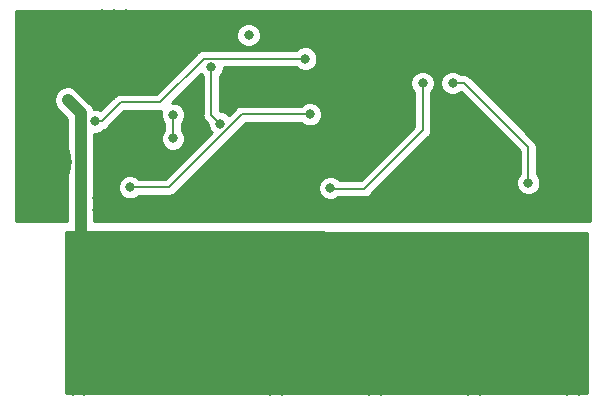
<source format=gbr>
G04 #@! TF.GenerationSoftware,KiCad,Pcbnew,5.0.2-bee76a0~70~ubuntu18.04.1*
G04 #@! TF.CreationDate,2020-03-12T15:00:25+01:00*
G04 #@! TF.ProjectId,magneto_bot_shield,6d61676e-6574-46f5-9f62-6f745f736869,rev?*
G04 #@! TF.SameCoordinates,Original*
G04 #@! TF.FileFunction,Copper,L2,Bot*
G04 #@! TF.FilePolarity,Positive*
%FSLAX46Y46*%
G04 Gerber Fmt 4.6, Leading zero omitted, Abs format (unit mm)*
G04 Created by KiCad (PCBNEW 5.0.2-bee76a0~70~ubuntu18.04.1) date Do 12 Mär 2020 15:00:25 CET*
%MOMM*%
%LPD*%
G01*
G04 APERTURE LIST*
G04 #@! TA.AperFunction,ComponentPad*
%ADD10C,4.400000*%
G04 #@! TD*
G04 #@! TA.AperFunction,ViaPad*
%ADD11C,0.800000*%
G04 #@! TD*
G04 #@! TA.AperFunction,Conductor*
%ADD12C,0.203200*%
G04 #@! TD*
G04 #@! TA.AperFunction,Conductor*
%ADD13C,1.000000*%
G04 #@! TD*
G04 #@! TA.AperFunction,Conductor*
%ADD14C,0.254000*%
G04 #@! TD*
G04 APERTURE END LIST*
D10*
G04 #@! TO.P,H1,1*
G04 #@! TO.N,GND*
X141750000Y-107750000D03*
G04 #@! TD*
G04 #@! TO.P,H2,1*
G04 #@! TO.N,GND*
X185750000Y-105250000D03*
G04 #@! TD*
D11*
G04 #@! TO.N,+36V*
X185900000Y-124400000D03*
X186900000Y-114200000D03*
X185900000Y-121700000D03*
X186900000Y-123500000D03*
X185900000Y-126200000D03*
X186900000Y-122600000D03*
X186900000Y-126200000D03*
X186900000Y-121700000D03*
X185900000Y-116100000D03*
X185900000Y-127100000D03*
X186900000Y-125300000D03*
X186900000Y-116100000D03*
X185900000Y-115150000D03*
X185900000Y-114200000D03*
X185900000Y-123500000D03*
X186900000Y-115150000D03*
X186900000Y-124400000D03*
X185900000Y-122600000D03*
X185900000Y-125300000D03*
X186900000Y-127100000D03*
X177500000Y-124400000D03*
X178500000Y-114200000D03*
X177500000Y-121700000D03*
X178500000Y-123500000D03*
X177500000Y-126200000D03*
X178500000Y-122600000D03*
X178500000Y-126200000D03*
X178500000Y-121700000D03*
X177500000Y-116100000D03*
X177500000Y-127100000D03*
X178500000Y-125300000D03*
X178500000Y-116100000D03*
X177500000Y-115150000D03*
X177500000Y-114200000D03*
X177500000Y-123500000D03*
X178500000Y-115150000D03*
X178500000Y-124400000D03*
X177500000Y-122600000D03*
X177500000Y-125300000D03*
X178500000Y-127100000D03*
X169100000Y-124400000D03*
X170100000Y-114200000D03*
X169100000Y-121700000D03*
X170100000Y-123500000D03*
X169100000Y-126200000D03*
X170100000Y-122600000D03*
X170100000Y-126200000D03*
X170100000Y-121700000D03*
X169100000Y-116100000D03*
X169100000Y-127100000D03*
X170100000Y-125300000D03*
X170100000Y-116100000D03*
X169100000Y-115150000D03*
X169100000Y-114200000D03*
X169100000Y-123500000D03*
X170100000Y-115150000D03*
X170100000Y-124400000D03*
X169100000Y-122600000D03*
X169100000Y-125300000D03*
X170100000Y-127100000D03*
X160700000Y-124400000D03*
X161700000Y-114200000D03*
X160700000Y-121700000D03*
X161700000Y-123500000D03*
X160700000Y-126200000D03*
X161700000Y-122600000D03*
X161700000Y-126200000D03*
X161700000Y-121700000D03*
X160700000Y-116100000D03*
X160700000Y-127100000D03*
X161700000Y-125300000D03*
X161700000Y-116100000D03*
X160700000Y-115150000D03*
X160700000Y-114200000D03*
X160700000Y-123500000D03*
X161700000Y-115150000D03*
X161700000Y-124400000D03*
X160700000Y-122600000D03*
X160700000Y-125300000D03*
X161700000Y-127100000D03*
X152300000Y-124300000D03*
X153300000Y-114100000D03*
X152300000Y-121600000D03*
X153300000Y-123400000D03*
X152300000Y-126100000D03*
X153300000Y-122500000D03*
X153300000Y-126100000D03*
X153300000Y-121600000D03*
X152300000Y-116000000D03*
X152300000Y-127000000D03*
X153300000Y-125200000D03*
X153300000Y-116000000D03*
X152300000Y-115050000D03*
X152300000Y-114100000D03*
X152300000Y-123400000D03*
X153300000Y-115050000D03*
X153300000Y-124300000D03*
X152300000Y-122500000D03*
X152300000Y-125200000D03*
X153300000Y-127000000D03*
X145000000Y-115150000D03*
X145000000Y-124400000D03*
X145000000Y-121700000D03*
X145000000Y-126200000D03*
X145000000Y-127100000D03*
X145000000Y-123500000D03*
X145000000Y-122600000D03*
X145000000Y-125300000D03*
X145000000Y-116100000D03*
X145000000Y-114200000D03*
X144000000Y-114200000D03*
G04 #@! TO.N,GND*
X162100000Y-110900000D03*
X161800000Y-112000000D03*
X162800000Y-110000000D03*
X167300000Y-95600000D03*
X167300000Y-97400000D03*
X167300000Y-96500000D03*
G04 #@! TO.N,+36V*
X144000000Y-122600000D03*
X144000000Y-123500000D03*
X144000000Y-121700000D03*
X144000000Y-125300000D03*
X144000000Y-126200000D03*
X144000000Y-127100000D03*
G04 #@! TO.N,Net-(C1-Pad1)*
X152500000Y-105750000D03*
X152500000Y-103750000D03*
G04 #@! TO.N,GND*
X146500000Y-95250000D03*
X147500000Y-95250000D03*
X148500000Y-95250000D03*
X148500000Y-96250000D03*
X147500000Y-96250000D03*
X146500000Y-96250000D03*
X146500000Y-97250000D03*
X147500000Y-97250000D03*
X148500000Y-97250000D03*
X153250000Y-102500000D03*
X154250000Y-102500000D03*
X154250000Y-101500000D03*
X180057037Y-105541802D03*
X180845684Y-109499594D03*
X163640602Y-109473058D03*
X162859428Y-105526891D03*
X147343102Y-109495558D03*
X146561927Y-105549391D03*
X157400000Y-110100000D03*
X180000000Y-110000000D03*
X179300000Y-110900000D03*
X179000000Y-112000000D03*
X146500000Y-109900000D03*
X146100000Y-110800000D03*
X146100000Y-111800000D03*
X169000000Y-112300000D03*
X169900000Y-112300000D03*
X170800000Y-112300000D03*
X170800000Y-111400000D03*
X169900000Y-111400000D03*
X169000000Y-111400000D03*
G04 #@! TO.N,Net-(C4-Pad1)*
X156500000Y-104500000D03*
X155750000Y-99693600D03*
G04 #@! TO.N,+36V*
X144000000Y-115150000D03*
X144000000Y-124400000D03*
X144000000Y-116100000D03*
X143600000Y-102500000D03*
G04 #@! TO.N,+5V*
X158905000Y-97000000D03*
G04 #@! TO.N,GATE5*
X182584810Y-109511610D03*
X176175000Y-101050000D03*
G04 #@! TO.N,GATE3*
X165834810Y-109941610D03*
X173635000Y-101050000D03*
G04 #@! TO.N,GATE1*
X164100000Y-103700000D03*
X148858319Y-109880895D03*
G04 #@! TO.N,GATE0*
X145900000Y-104300000D03*
X163700000Y-98988799D03*
G04 #@! TD*
D12*
G04 #@! TO.N,Net-(C1-Pad1)*
X152500000Y-105750000D02*
X152500000Y-103750000D01*
G04 #@! TO.N,Net-(C4-Pad1)*
X156500000Y-104500000D02*
X155750000Y-103750000D01*
X155750000Y-103750000D02*
X155750000Y-99693600D01*
D13*
G04 #@! TO.N,+36V*
X143600000Y-102500000D02*
X144700000Y-103600000D01*
X144700000Y-103600000D02*
X144700000Y-115500000D01*
D12*
G04 #@! TO.N,GATE5*
X182600000Y-109496420D02*
X182584810Y-109511610D01*
X182584810Y-108945925D02*
X182584810Y-109511610D01*
X177128200Y-101050000D02*
X182584810Y-106506610D01*
X182584810Y-106506610D02*
X182584810Y-108945925D01*
X176175000Y-101050000D02*
X177128200Y-101050000D01*
G04 #@! TO.N,GATE3*
X173635000Y-105065000D02*
X173635000Y-101050000D01*
X168700000Y-110000000D02*
X173635000Y-105065000D01*
X165893200Y-110000000D02*
X168700000Y-110000000D01*
X165834810Y-109941610D02*
X165893200Y-110000000D01*
G04 #@! TO.N,GATE1*
X152162211Y-109880895D02*
X148858319Y-109880895D01*
X164100000Y-103700000D02*
X158343106Y-103700000D01*
X158343106Y-103700000D02*
X152162211Y-109880895D01*
G04 #@! TO.N,GATE0*
X151400000Y-102700000D02*
X155111201Y-98988799D01*
X146465685Y-104300000D02*
X148065685Y-102700000D01*
X148065685Y-102700000D02*
X151400000Y-102700000D01*
X145900000Y-104300000D02*
X146465685Y-104300000D01*
X155111201Y-98988799D02*
X163700000Y-98988799D01*
X163700000Y-98988799D02*
X163788799Y-98988799D01*
G04 #@! TD*
D14*
G04 #@! TO.N,+36V*
G36*
X187573000Y-113776715D02*
X187573000Y-127290000D01*
X143427000Y-127290000D01*
X143427000Y-113677287D01*
X187573000Y-113776715D01*
X187573000Y-113776715D01*
G37*
X187573000Y-113776715D02*
X187573000Y-127290000D01*
X143427000Y-127290000D01*
X143427000Y-113677287D01*
X187573000Y-113776715D01*
G04 #@! TO.N,GND*
G36*
X187790000Y-112773000D02*
X145835000Y-112773000D01*
X145835000Y-105335000D01*
X146105874Y-105335000D01*
X146486280Y-105177431D01*
X146649181Y-105014530D01*
X146753092Y-104993861D01*
X146996743Y-104831058D01*
X147037836Y-104769558D01*
X148370795Y-103436600D01*
X151327460Y-103436600D01*
X151400000Y-103451029D01*
X151472540Y-103436600D01*
X151472544Y-103436600D01*
X151512860Y-103428581D01*
X151465000Y-103544126D01*
X151465000Y-103955874D01*
X151622569Y-104336280D01*
X151763401Y-104477112D01*
X151763400Y-105022889D01*
X151622569Y-105163720D01*
X151465000Y-105544126D01*
X151465000Y-105955874D01*
X151622569Y-106336280D01*
X151913720Y-106627431D01*
X152294126Y-106785000D01*
X152705874Y-106785000D01*
X153086280Y-106627431D01*
X153377431Y-106336280D01*
X153535000Y-105955874D01*
X153535000Y-105544126D01*
X153377431Y-105163720D01*
X153236600Y-105022889D01*
X153236600Y-104477111D01*
X153377431Y-104336280D01*
X153535000Y-103955874D01*
X153535000Y-103544126D01*
X153377431Y-103163720D01*
X153086280Y-102872569D01*
X152705874Y-102715000D01*
X152426709Y-102715000D01*
X154869424Y-100272286D01*
X154872569Y-100279880D01*
X155013401Y-100420712D01*
X155013400Y-103677460D01*
X154998971Y-103750000D01*
X155013400Y-103822540D01*
X155013400Y-103822543D01*
X155056139Y-104037406D01*
X155218942Y-104281058D01*
X155280442Y-104322151D01*
X155465000Y-104506709D01*
X155465000Y-104705874D01*
X155622569Y-105086280D01*
X155768843Y-105232554D01*
X151857102Y-109144295D01*
X149585430Y-109144295D01*
X149444599Y-109003464D01*
X149064193Y-108845895D01*
X148652445Y-108845895D01*
X148272039Y-109003464D01*
X147980888Y-109294615D01*
X147823319Y-109675021D01*
X147823319Y-110086769D01*
X147980888Y-110467175D01*
X148272039Y-110758326D01*
X148652445Y-110915895D01*
X149064193Y-110915895D01*
X149444599Y-110758326D01*
X149585430Y-110617495D01*
X152089671Y-110617495D01*
X152162211Y-110631924D01*
X152234751Y-110617495D01*
X152234755Y-110617495D01*
X152449618Y-110574756D01*
X152693269Y-110411953D01*
X152734362Y-110350453D01*
X153349079Y-109735736D01*
X164799810Y-109735736D01*
X164799810Y-110147484D01*
X164957379Y-110527890D01*
X165248530Y-110819041D01*
X165628936Y-110976610D01*
X166040684Y-110976610D01*
X166421090Y-110819041D01*
X166503531Y-110736600D01*
X168627460Y-110736600D01*
X168700000Y-110751029D01*
X168772540Y-110736600D01*
X168772544Y-110736600D01*
X168987407Y-110693861D01*
X169231058Y-110531058D01*
X169272151Y-110469558D01*
X174104561Y-105637149D01*
X174166058Y-105596058D01*
X174207149Y-105534561D01*
X174207151Y-105534559D01*
X174328861Y-105352407D01*
X174349026Y-105251029D01*
X174371600Y-105137544D01*
X174371600Y-105137541D01*
X174386029Y-105065000D01*
X174371600Y-104992460D01*
X174371600Y-101777111D01*
X174512431Y-101636280D01*
X174670000Y-101255874D01*
X174670000Y-100844126D01*
X175140000Y-100844126D01*
X175140000Y-101255874D01*
X175297569Y-101636280D01*
X175588720Y-101927431D01*
X175969126Y-102085000D01*
X176380874Y-102085000D01*
X176761280Y-101927431D01*
X176862601Y-101826110D01*
X181848210Y-106811720D01*
X181848211Y-108784498D01*
X181707379Y-108925330D01*
X181549810Y-109305736D01*
X181549810Y-109717484D01*
X181707379Y-110097890D01*
X181998530Y-110389041D01*
X182378936Y-110546610D01*
X182790684Y-110546610D01*
X183171090Y-110389041D01*
X183462241Y-110097890D01*
X183619810Y-109717484D01*
X183619810Y-109305736D01*
X183462241Y-108925330D01*
X183321410Y-108784499D01*
X183321410Y-106579150D01*
X183335839Y-106506610D01*
X183321410Y-106434067D01*
X183321410Y-106434066D01*
X183278671Y-106219203D01*
X183156961Y-106037051D01*
X183156959Y-106037049D01*
X183115868Y-105975552D01*
X183054371Y-105934461D01*
X177700351Y-100580442D01*
X177659258Y-100518942D01*
X177415607Y-100356139D01*
X177200744Y-100313400D01*
X177200740Y-100313400D01*
X177128200Y-100298971D01*
X177055660Y-100313400D01*
X176902111Y-100313400D01*
X176761280Y-100172569D01*
X176380874Y-100015000D01*
X175969126Y-100015000D01*
X175588720Y-100172569D01*
X175297569Y-100463720D01*
X175140000Y-100844126D01*
X174670000Y-100844126D01*
X174512431Y-100463720D01*
X174221280Y-100172569D01*
X173840874Y-100015000D01*
X173429126Y-100015000D01*
X173048720Y-100172569D01*
X172757569Y-100463720D01*
X172600000Y-100844126D01*
X172600000Y-101255874D01*
X172757569Y-101636280D01*
X172898401Y-101777112D01*
X172898400Y-104759890D01*
X168394891Y-109263400D01*
X166620311Y-109263400D01*
X166421090Y-109064179D01*
X166040684Y-108906610D01*
X165628936Y-108906610D01*
X165248530Y-109064179D01*
X164957379Y-109355330D01*
X164799810Y-109735736D01*
X153349079Y-109735736D01*
X158648216Y-104436600D01*
X163372889Y-104436600D01*
X163513720Y-104577431D01*
X163894126Y-104735000D01*
X164305874Y-104735000D01*
X164686280Y-104577431D01*
X164977431Y-104286280D01*
X165135000Y-103905874D01*
X165135000Y-103494126D01*
X164977431Y-103113720D01*
X164686280Y-102822569D01*
X164305874Y-102665000D01*
X163894126Y-102665000D01*
X163513720Y-102822569D01*
X163372889Y-102963400D01*
X158415646Y-102963400D01*
X158343106Y-102948971D01*
X158270565Y-102963400D01*
X158270562Y-102963400D01*
X158091735Y-102998971D01*
X158055699Y-103006139D01*
X157873547Y-103127849D01*
X157873545Y-103127851D01*
X157812048Y-103168942D01*
X157770957Y-103230439D01*
X157232554Y-103768843D01*
X157086280Y-103622569D01*
X156705874Y-103465000D01*
X156506709Y-103465000D01*
X156486600Y-103444891D01*
X156486600Y-100420711D01*
X156627431Y-100279880D01*
X156785000Y-99899474D01*
X156785000Y-99725399D01*
X162972889Y-99725399D01*
X163113720Y-99866230D01*
X163494126Y-100023799D01*
X163905874Y-100023799D01*
X164286280Y-99866230D01*
X164577431Y-99575079D01*
X164735000Y-99194673D01*
X164735000Y-98782925D01*
X164577431Y-98402519D01*
X164286280Y-98111368D01*
X163905874Y-97953799D01*
X163494126Y-97953799D01*
X163113720Y-98111368D01*
X162972889Y-98252199D01*
X155183741Y-98252199D01*
X155111201Y-98237770D01*
X155038660Y-98252199D01*
X155038657Y-98252199D01*
X154823794Y-98294938D01*
X154641642Y-98416648D01*
X154641640Y-98416650D01*
X154580143Y-98457741D01*
X154539052Y-98519238D01*
X151094891Y-101963400D01*
X148138225Y-101963400D01*
X148065685Y-101948971D01*
X147993144Y-101963400D01*
X147993141Y-101963400D01*
X147778278Y-102006139D01*
X147596126Y-102127849D01*
X147596124Y-102127851D01*
X147534627Y-102168942D01*
X147493535Y-102230440D01*
X146355555Y-103368421D01*
X146105874Y-103265000D01*
X145790600Y-103265000D01*
X145769146Y-103157145D01*
X145740130Y-103113720D01*
X145518289Y-102781711D01*
X145423521Y-102718389D01*
X144323523Y-101618392D01*
X144042854Y-101430854D01*
X143600000Y-101342765D01*
X143157146Y-101430854D01*
X142781712Y-101681712D01*
X142530854Y-102057146D01*
X142442765Y-102500000D01*
X142530854Y-102942854D01*
X142718392Y-103223523D01*
X143565000Y-104070132D01*
X143565001Y-112773000D01*
X139210000Y-112773000D01*
X139210000Y-96794126D01*
X157870000Y-96794126D01*
X157870000Y-97205874D01*
X158027569Y-97586280D01*
X158318720Y-97877431D01*
X158699126Y-98035000D01*
X159110874Y-98035000D01*
X159491280Y-97877431D01*
X159782431Y-97586280D01*
X159940000Y-97205874D01*
X159940000Y-96794126D01*
X159782431Y-96413720D01*
X159491280Y-96122569D01*
X159110874Y-95965000D01*
X158699126Y-95965000D01*
X158318720Y-96122569D01*
X158027569Y-96413720D01*
X157870000Y-96794126D01*
X139210000Y-96794126D01*
X139210000Y-94960000D01*
X187790001Y-94960000D01*
X187790000Y-112773000D01*
X187790000Y-112773000D01*
G37*
X187790000Y-112773000D02*
X145835000Y-112773000D01*
X145835000Y-105335000D01*
X146105874Y-105335000D01*
X146486280Y-105177431D01*
X146649181Y-105014530D01*
X146753092Y-104993861D01*
X146996743Y-104831058D01*
X147037836Y-104769558D01*
X148370795Y-103436600D01*
X151327460Y-103436600D01*
X151400000Y-103451029D01*
X151472540Y-103436600D01*
X151472544Y-103436600D01*
X151512860Y-103428581D01*
X151465000Y-103544126D01*
X151465000Y-103955874D01*
X151622569Y-104336280D01*
X151763401Y-104477112D01*
X151763400Y-105022889D01*
X151622569Y-105163720D01*
X151465000Y-105544126D01*
X151465000Y-105955874D01*
X151622569Y-106336280D01*
X151913720Y-106627431D01*
X152294126Y-106785000D01*
X152705874Y-106785000D01*
X153086280Y-106627431D01*
X153377431Y-106336280D01*
X153535000Y-105955874D01*
X153535000Y-105544126D01*
X153377431Y-105163720D01*
X153236600Y-105022889D01*
X153236600Y-104477111D01*
X153377431Y-104336280D01*
X153535000Y-103955874D01*
X153535000Y-103544126D01*
X153377431Y-103163720D01*
X153086280Y-102872569D01*
X152705874Y-102715000D01*
X152426709Y-102715000D01*
X154869424Y-100272286D01*
X154872569Y-100279880D01*
X155013401Y-100420712D01*
X155013400Y-103677460D01*
X154998971Y-103750000D01*
X155013400Y-103822540D01*
X155013400Y-103822543D01*
X155056139Y-104037406D01*
X155218942Y-104281058D01*
X155280442Y-104322151D01*
X155465000Y-104506709D01*
X155465000Y-104705874D01*
X155622569Y-105086280D01*
X155768843Y-105232554D01*
X151857102Y-109144295D01*
X149585430Y-109144295D01*
X149444599Y-109003464D01*
X149064193Y-108845895D01*
X148652445Y-108845895D01*
X148272039Y-109003464D01*
X147980888Y-109294615D01*
X147823319Y-109675021D01*
X147823319Y-110086769D01*
X147980888Y-110467175D01*
X148272039Y-110758326D01*
X148652445Y-110915895D01*
X149064193Y-110915895D01*
X149444599Y-110758326D01*
X149585430Y-110617495D01*
X152089671Y-110617495D01*
X152162211Y-110631924D01*
X152234751Y-110617495D01*
X152234755Y-110617495D01*
X152449618Y-110574756D01*
X152693269Y-110411953D01*
X152734362Y-110350453D01*
X153349079Y-109735736D01*
X164799810Y-109735736D01*
X164799810Y-110147484D01*
X164957379Y-110527890D01*
X165248530Y-110819041D01*
X165628936Y-110976610D01*
X166040684Y-110976610D01*
X166421090Y-110819041D01*
X166503531Y-110736600D01*
X168627460Y-110736600D01*
X168700000Y-110751029D01*
X168772540Y-110736600D01*
X168772544Y-110736600D01*
X168987407Y-110693861D01*
X169231058Y-110531058D01*
X169272151Y-110469558D01*
X174104561Y-105637149D01*
X174166058Y-105596058D01*
X174207149Y-105534561D01*
X174207151Y-105534559D01*
X174328861Y-105352407D01*
X174349026Y-105251029D01*
X174371600Y-105137544D01*
X174371600Y-105137541D01*
X174386029Y-105065000D01*
X174371600Y-104992460D01*
X174371600Y-101777111D01*
X174512431Y-101636280D01*
X174670000Y-101255874D01*
X174670000Y-100844126D01*
X175140000Y-100844126D01*
X175140000Y-101255874D01*
X175297569Y-101636280D01*
X175588720Y-101927431D01*
X175969126Y-102085000D01*
X176380874Y-102085000D01*
X176761280Y-101927431D01*
X176862601Y-101826110D01*
X181848210Y-106811720D01*
X181848211Y-108784498D01*
X181707379Y-108925330D01*
X181549810Y-109305736D01*
X181549810Y-109717484D01*
X181707379Y-110097890D01*
X181998530Y-110389041D01*
X182378936Y-110546610D01*
X182790684Y-110546610D01*
X183171090Y-110389041D01*
X183462241Y-110097890D01*
X183619810Y-109717484D01*
X183619810Y-109305736D01*
X183462241Y-108925330D01*
X183321410Y-108784499D01*
X183321410Y-106579150D01*
X183335839Y-106506610D01*
X183321410Y-106434067D01*
X183321410Y-106434066D01*
X183278671Y-106219203D01*
X183156961Y-106037051D01*
X183156959Y-106037049D01*
X183115868Y-105975552D01*
X183054371Y-105934461D01*
X177700351Y-100580442D01*
X177659258Y-100518942D01*
X177415607Y-100356139D01*
X177200744Y-100313400D01*
X177200740Y-100313400D01*
X177128200Y-100298971D01*
X177055660Y-100313400D01*
X176902111Y-100313400D01*
X176761280Y-100172569D01*
X176380874Y-100015000D01*
X175969126Y-100015000D01*
X175588720Y-100172569D01*
X175297569Y-100463720D01*
X175140000Y-100844126D01*
X174670000Y-100844126D01*
X174512431Y-100463720D01*
X174221280Y-100172569D01*
X173840874Y-100015000D01*
X173429126Y-100015000D01*
X173048720Y-100172569D01*
X172757569Y-100463720D01*
X172600000Y-100844126D01*
X172600000Y-101255874D01*
X172757569Y-101636280D01*
X172898401Y-101777112D01*
X172898400Y-104759890D01*
X168394891Y-109263400D01*
X166620311Y-109263400D01*
X166421090Y-109064179D01*
X166040684Y-108906610D01*
X165628936Y-108906610D01*
X165248530Y-109064179D01*
X164957379Y-109355330D01*
X164799810Y-109735736D01*
X153349079Y-109735736D01*
X158648216Y-104436600D01*
X163372889Y-104436600D01*
X163513720Y-104577431D01*
X163894126Y-104735000D01*
X164305874Y-104735000D01*
X164686280Y-104577431D01*
X164977431Y-104286280D01*
X165135000Y-103905874D01*
X165135000Y-103494126D01*
X164977431Y-103113720D01*
X164686280Y-102822569D01*
X164305874Y-102665000D01*
X163894126Y-102665000D01*
X163513720Y-102822569D01*
X163372889Y-102963400D01*
X158415646Y-102963400D01*
X158343106Y-102948971D01*
X158270565Y-102963400D01*
X158270562Y-102963400D01*
X158091735Y-102998971D01*
X158055699Y-103006139D01*
X157873547Y-103127849D01*
X157873545Y-103127851D01*
X157812048Y-103168942D01*
X157770957Y-103230439D01*
X157232554Y-103768843D01*
X157086280Y-103622569D01*
X156705874Y-103465000D01*
X156506709Y-103465000D01*
X156486600Y-103444891D01*
X156486600Y-100420711D01*
X156627431Y-100279880D01*
X156785000Y-99899474D01*
X156785000Y-99725399D01*
X162972889Y-99725399D01*
X163113720Y-99866230D01*
X163494126Y-100023799D01*
X163905874Y-100023799D01*
X164286280Y-99866230D01*
X164577431Y-99575079D01*
X164735000Y-99194673D01*
X164735000Y-98782925D01*
X164577431Y-98402519D01*
X164286280Y-98111368D01*
X163905874Y-97953799D01*
X163494126Y-97953799D01*
X163113720Y-98111368D01*
X162972889Y-98252199D01*
X155183741Y-98252199D01*
X155111201Y-98237770D01*
X155038660Y-98252199D01*
X155038657Y-98252199D01*
X154823794Y-98294938D01*
X154641642Y-98416648D01*
X154641640Y-98416650D01*
X154580143Y-98457741D01*
X154539052Y-98519238D01*
X151094891Y-101963400D01*
X148138225Y-101963400D01*
X148065685Y-101948971D01*
X147993144Y-101963400D01*
X147993141Y-101963400D01*
X147778278Y-102006139D01*
X147596126Y-102127849D01*
X147596124Y-102127851D01*
X147534627Y-102168942D01*
X147493535Y-102230440D01*
X146355555Y-103368421D01*
X146105874Y-103265000D01*
X145790600Y-103265000D01*
X145769146Y-103157145D01*
X145740130Y-103113720D01*
X145518289Y-102781711D01*
X145423521Y-102718389D01*
X144323523Y-101618392D01*
X144042854Y-101430854D01*
X143600000Y-101342765D01*
X143157146Y-101430854D01*
X142781712Y-101681712D01*
X142530854Y-102057146D01*
X142442765Y-102500000D01*
X142530854Y-102942854D01*
X142718392Y-103223523D01*
X143565000Y-104070132D01*
X143565001Y-112773000D01*
X139210000Y-112773000D01*
X139210000Y-96794126D01*
X157870000Y-96794126D01*
X157870000Y-97205874D01*
X158027569Y-97586280D01*
X158318720Y-97877431D01*
X158699126Y-98035000D01*
X159110874Y-98035000D01*
X159491280Y-97877431D01*
X159782431Y-97586280D01*
X159940000Y-97205874D01*
X159940000Y-96794126D01*
X159782431Y-96413720D01*
X159491280Y-96122569D01*
X159110874Y-95965000D01*
X158699126Y-95965000D01*
X158318720Y-96122569D01*
X158027569Y-96413720D01*
X157870000Y-96794126D01*
X139210000Y-96794126D01*
X139210000Y-94960000D01*
X187790001Y-94960000D01*
X187790000Y-112773000D01*
G04 #@! TD*
M02*

</source>
